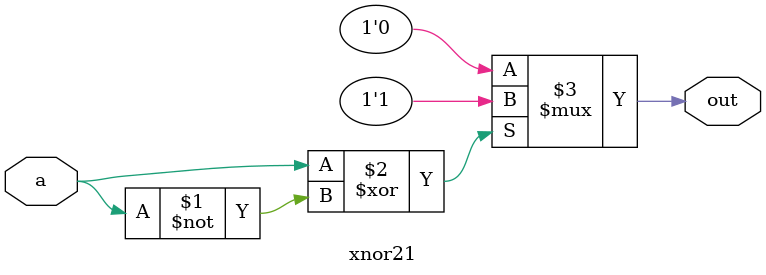
<source format=v>
module xnor21 (
    input wire a,
    output wire out
);

assign out = (a ^ a == 1'b0) ? 1'b1 : 1'b0;

endmodule

</source>
